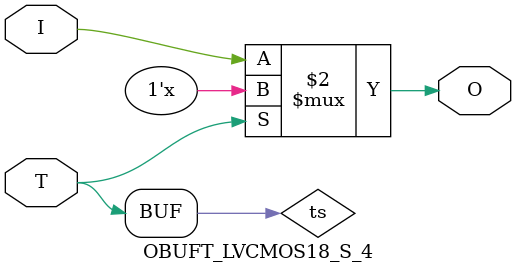
<source format=v>

/*

FUNCTION    : TRI-STATE OUTPUT BUFFER

*/

`celldefine
`timescale  100 ps / 10 ps

module OBUFT_LVCMOS18_S_4 (O, I, T);

    output O;

    input  I, T;

    or O1 (ts, 1'b0, T);
    bufif0 T1 (O, I, ts);

endmodule

</source>
